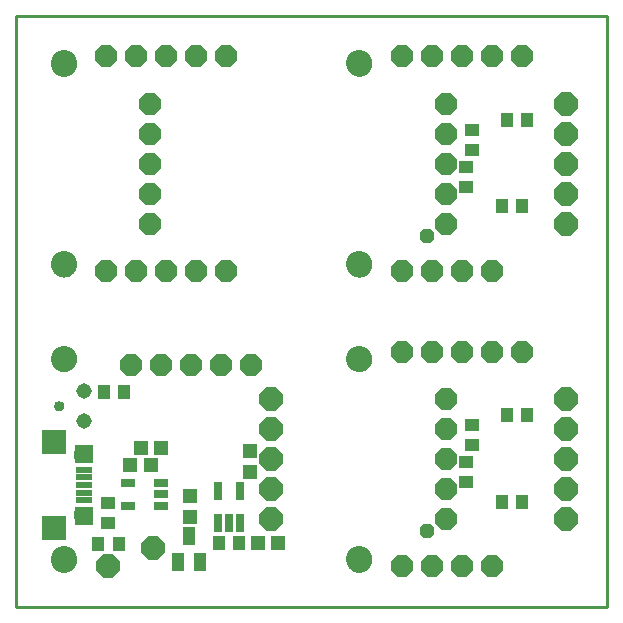
<source format=gts>
G75*
%MOIN*%
%OFA0B0*%
%FSLAX25Y25*%
%IPPOS*%
%LPD*%
%AMOC8*
5,1,8,0,0,1.08239X$1,22.5*
%
%ADD10C,0.01000*%
%ADD11C,0.00000*%
%ADD12C,0.08668*%
%ADD13OC8,0.07400*%
%ADD14R,0.04337X0.04731*%
%ADD15OC8,0.08000*%
%ADD16R,0.04731X0.04337*%
%ADD17R,0.05715X0.01975*%
%ADD18C,0.05550*%
%ADD19R,0.08274X0.08274*%
%ADD20C,0.06337*%
%ADD21R,0.06306X0.06306*%
%ADD22R,0.04534X0.04652*%
%ADD23OC8,0.07880*%
%ADD24R,0.04731X0.02762*%
%ADD25R,0.04652X0.04534*%
%ADD26R,0.02762X0.05912*%
%ADD27R,0.04337X0.05912*%
%ADD28C,0.03353*%
%ADD29C,0.05156*%
%ADD30OC8,0.04731*%
D10*
X0001500Y0001500D02*
X0198350Y0001500D01*
X0198350Y0198350D01*
X0001500Y0198350D01*
X0001500Y0001500D01*
D11*
X0013114Y0017248D02*
X0013116Y0017376D01*
X0013122Y0017504D01*
X0013132Y0017631D01*
X0013146Y0017759D01*
X0013163Y0017885D01*
X0013185Y0018011D01*
X0013211Y0018137D01*
X0013240Y0018261D01*
X0013273Y0018385D01*
X0013310Y0018507D01*
X0013351Y0018628D01*
X0013396Y0018748D01*
X0013444Y0018867D01*
X0013496Y0018984D01*
X0013552Y0019099D01*
X0013611Y0019213D01*
X0013673Y0019324D01*
X0013739Y0019434D01*
X0013808Y0019541D01*
X0013881Y0019647D01*
X0013957Y0019750D01*
X0014036Y0019850D01*
X0014118Y0019949D01*
X0014203Y0020044D01*
X0014291Y0020137D01*
X0014382Y0020227D01*
X0014475Y0020314D01*
X0014572Y0020399D01*
X0014670Y0020480D01*
X0014772Y0020558D01*
X0014875Y0020633D01*
X0014981Y0020705D01*
X0015089Y0020774D01*
X0015199Y0020839D01*
X0015312Y0020900D01*
X0015426Y0020959D01*
X0015541Y0021013D01*
X0015659Y0021064D01*
X0015777Y0021112D01*
X0015898Y0021155D01*
X0016019Y0021195D01*
X0016142Y0021231D01*
X0016266Y0021264D01*
X0016391Y0021292D01*
X0016516Y0021317D01*
X0016642Y0021337D01*
X0016769Y0021354D01*
X0016897Y0021367D01*
X0017024Y0021376D01*
X0017152Y0021381D01*
X0017280Y0021382D01*
X0017408Y0021379D01*
X0017536Y0021372D01*
X0017663Y0021361D01*
X0017790Y0021346D01*
X0017917Y0021328D01*
X0018043Y0021305D01*
X0018168Y0021278D01*
X0018292Y0021248D01*
X0018415Y0021214D01*
X0018538Y0021176D01*
X0018659Y0021134D01*
X0018778Y0021088D01*
X0018896Y0021039D01*
X0019013Y0020986D01*
X0019128Y0020930D01*
X0019241Y0020870D01*
X0019352Y0020807D01*
X0019461Y0020740D01*
X0019568Y0020670D01*
X0019673Y0020596D01*
X0019775Y0020520D01*
X0019875Y0020440D01*
X0019973Y0020357D01*
X0020068Y0020271D01*
X0020160Y0020182D01*
X0020249Y0020091D01*
X0020336Y0019997D01*
X0020419Y0019900D01*
X0020500Y0019800D01*
X0020577Y0019699D01*
X0020652Y0019594D01*
X0020723Y0019488D01*
X0020790Y0019379D01*
X0020855Y0019269D01*
X0020915Y0019156D01*
X0020973Y0019042D01*
X0021026Y0018926D01*
X0021076Y0018808D01*
X0021123Y0018689D01*
X0021166Y0018568D01*
X0021205Y0018446D01*
X0021240Y0018323D01*
X0021271Y0018199D01*
X0021299Y0018074D01*
X0021322Y0017948D01*
X0021342Y0017822D01*
X0021358Y0017695D01*
X0021370Y0017568D01*
X0021378Y0017440D01*
X0021382Y0017312D01*
X0021382Y0017184D01*
X0021378Y0017056D01*
X0021370Y0016928D01*
X0021358Y0016801D01*
X0021342Y0016674D01*
X0021322Y0016548D01*
X0021299Y0016422D01*
X0021271Y0016297D01*
X0021240Y0016173D01*
X0021205Y0016050D01*
X0021166Y0015928D01*
X0021123Y0015807D01*
X0021076Y0015688D01*
X0021026Y0015570D01*
X0020973Y0015454D01*
X0020915Y0015340D01*
X0020855Y0015227D01*
X0020790Y0015117D01*
X0020723Y0015008D01*
X0020652Y0014902D01*
X0020577Y0014797D01*
X0020500Y0014696D01*
X0020419Y0014596D01*
X0020336Y0014499D01*
X0020249Y0014405D01*
X0020160Y0014314D01*
X0020068Y0014225D01*
X0019973Y0014139D01*
X0019875Y0014056D01*
X0019775Y0013976D01*
X0019673Y0013900D01*
X0019568Y0013826D01*
X0019461Y0013756D01*
X0019352Y0013689D01*
X0019241Y0013626D01*
X0019128Y0013566D01*
X0019013Y0013510D01*
X0018896Y0013457D01*
X0018778Y0013408D01*
X0018659Y0013362D01*
X0018538Y0013320D01*
X0018415Y0013282D01*
X0018292Y0013248D01*
X0018168Y0013218D01*
X0018043Y0013191D01*
X0017917Y0013168D01*
X0017790Y0013150D01*
X0017663Y0013135D01*
X0017536Y0013124D01*
X0017408Y0013117D01*
X0017280Y0013114D01*
X0017152Y0013115D01*
X0017024Y0013120D01*
X0016897Y0013129D01*
X0016769Y0013142D01*
X0016642Y0013159D01*
X0016516Y0013179D01*
X0016391Y0013204D01*
X0016266Y0013232D01*
X0016142Y0013265D01*
X0016019Y0013301D01*
X0015898Y0013341D01*
X0015777Y0013384D01*
X0015659Y0013432D01*
X0015541Y0013483D01*
X0015426Y0013537D01*
X0015312Y0013596D01*
X0015199Y0013657D01*
X0015089Y0013722D01*
X0014981Y0013791D01*
X0014875Y0013863D01*
X0014772Y0013938D01*
X0014670Y0014016D01*
X0014572Y0014097D01*
X0014475Y0014182D01*
X0014382Y0014269D01*
X0014291Y0014359D01*
X0014203Y0014452D01*
X0014118Y0014547D01*
X0014036Y0014646D01*
X0013957Y0014746D01*
X0013881Y0014849D01*
X0013808Y0014955D01*
X0013739Y0015062D01*
X0013673Y0015172D01*
X0013611Y0015283D01*
X0013552Y0015397D01*
X0013496Y0015512D01*
X0013444Y0015629D01*
X0013396Y0015748D01*
X0013351Y0015868D01*
X0013310Y0015989D01*
X0013273Y0016111D01*
X0013240Y0016235D01*
X0013211Y0016359D01*
X0013185Y0016485D01*
X0013163Y0016611D01*
X0013146Y0016737D01*
X0013132Y0016865D01*
X0013122Y0016992D01*
X0013116Y0017120D01*
X0013114Y0017248D01*
X0014197Y0068429D02*
X0014199Y0068506D01*
X0014205Y0068582D01*
X0014215Y0068658D01*
X0014229Y0068733D01*
X0014246Y0068808D01*
X0014268Y0068881D01*
X0014293Y0068954D01*
X0014323Y0069025D01*
X0014355Y0069094D01*
X0014392Y0069161D01*
X0014431Y0069227D01*
X0014474Y0069290D01*
X0014521Y0069351D01*
X0014570Y0069410D01*
X0014623Y0069466D01*
X0014678Y0069519D01*
X0014736Y0069569D01*
X0014796Y0069616D01*
X0014859Y0069660D01*
X0014924Y0069701D01*
X0014991Y0069738D01*
X0015060Y0069772D01*
X0015130Y0069802D01*
X0015202Y0069828D01*
X0015276Y0069850D01*
X0015350Y0069869D01*
X0015425Y0069884D01*
X0015501Y0069895D01*
X0015577Y0069902D01*
X0015654Y0069905D01*
X0015730Y0069904D01*
X0015807Y0069899D01*
X0015883Y0069890D01*
X0015959Y0069877D01*
X0016033Y0069860D01*
X0016107Y0069840D01*
X0016180Y0069815D01*
X0016251Y0069787D01*
X0016321Y0069755D01*
X0016389Y0069720D01*
X0016455Y0069681D01*
X0016519Y0069639D01*
X0016580Y0069593D01*
X0016640Y0069544D01*
X0016696Y0069493D01*
X0016750Y0069438D01*
X0016801Y0069381D01*
X0016849Y0069321D01*
X0016894Y0069259D01*
X0016935Y0069194D01*
X0016973Y0069128D01*
X0017008Y0069060D01*
X0017038Y0068989D01*
X0017066Y0068918D01*
X0017089Y0068845D01*
X0017109Y0068771D01*
X0017125Y0068696D01*
X0017137Y0068620D01*
X0017145Y0068544D01*
X0017149Y0068467D01*
X0017149Y0068391D01*
X0017145Y0068314D01*
X0017137Y0068238D01*
X0017125Y0068162D01*
X0017109Y0068087D01*
X0017089Y0068013D01*
X0017066Y0067940D01*
X0017038Y0067869D01*
X0017008Y0067798D01*
X0016973Y0067730D01*
X0016935Y0067664D01*
X0016894Y0067599D01*
X0016849Y0067537D01*
X0016801Y0067477D01*
X0016750Y0067420D01*
X0016696Y0067365D01*
X0016640Y0067314D01*
X0016580Y0067265D01*
X0016519Y0067219D01*
X0016455Y0067177D01*
X0016389Y0067138D01*
X0016321Y0067103D01*
X0016251Y0067071D01*
X0016180Y0067043D01*
X0016107Y0067018D01*
X0016033Y0066998D01*
X0015959Y0066981D01*
X0015883Y0066968D01*
X0015807Y0066959D01*
X0015730Y0066954D01*
X0015654Y0066953D01*
X0015577Y0066956D01*
X0015501Y0066963D01*
X0015425Y0066974D01*
X0015350Y0066989D01*
X0015276Y0067008D01*
X0015202Y0067030D01*
X0015130Y0067056D01*
X0015060Y0067086D01*
X0014991Y0067120D01*
X0014924Y0067157D01*
X0014859Y0067198D01*
X0014796Y0067242D01*
X0014736Y0067289D01*
X0014678Y0067339D01*
X0014623Y0067392D01*
X0014570Y0067448D01*
X0014521Y0067507D01*
X0014474Y0067568D01*
X0014431Y0067631D01*
X0014392Y0067697D01*
X0014355Y0067764D01*
X0014323Y0067833D01*
X0014293Y0067904D01*
X0014268Y0067977D01*
X0014246Y0068050D01*
X0014229Y0068125D01*
X0014215Y0068200D01*
X0014205Y0068276D01*
X0014199Y0068352D01*
X0014197Y0068429D01*
X0013114Y0084177D02*
X0013116Y0084305D01*
X0013122Y0084433D01*
X0013132Y0084560D01*
X0013146Y0084688D01*
X0013163Y0084814D01*
X0013185Y0084940D01*
X0013211Y0085066D01*
X0013240Y0085190D01*
X0013273Y0085314D01*
X0013310Y0085436D01*
X0013351Y0085557D01*
X0013396Y0085677D01*
X0013444Y0085796D01*
X0013496Y0085913D01*
X0013552Y0086028D01*
X0013611Y0086142D01*
X0013673Y0086253D01*
X0013739Y0086363D01*
X0013808Y0086470D01*
X0013881Y0086576D01*
X0013957Y0086679D01*
X0014036Y0086779D01*
X0014118Y0086878D01*
X0014203Y0086973D01*
X0014291Y0087066D01*
X0014382Y0087156D01*
X0014475Y0087243D01*
X0014572Y0087328D01*
X0014670Y0087409D01*
X0014772Y0087487D01*
X0014875Y0087562D01*
X0014981Y0087634D01*
X0015089Y0087703D01*
X0015199Y0087768D01*
X0015312Y0087829D01*
X0015426Y0087888D01*
X0015541Y0087942D01*
X0015659Y0087993D01*
X0015777Y0088041D01*
X0015898Y0088084D01*
X0016019Y0088124D01*
X0016142Y0088160D01*
X0016266Y0088193D01*
X0016391Y0088221D01*
X0016516Y0088246D01*
X0016642Y0088266D01*
X0016769Y0088283D01*
X0016897Y0088296D01*
X0017024Y0088305D01*
X0017152Y0088310D01*
X0017280Y0088311D01*
X0017408Y0088308D01*
X0017536Y0088301D01*
X0017663Y0088290D01*
X0017790Y0088275D01*
X0017917Y0088257D01*
X0018043Y0088234D01*
X0018168Y0088207D01*
X0018292Y0088177D01*
X0018415Y0088143D01*
X0018538Y0088105D01*
X0018659Y0088063D01*
X0018778Y0088017D01*
X0018896Y0087968D01*
X0019013Y0087915D01*
X0019128Y0087859D01*
X0019241Y0087799D01*
X0019352Y0087736D01*
X0019461Y0087669D01*
X0019568Y0087599D01*
X0019673Y0087525D01*
X0019775Y0087449D01*
X0019875Y0087369D01*
X0019973Y0087286D01*
X0020068Y0087200D01*
X0020160Y0087111D01*
X0020249Y0087020D01*
X0020336Y0086926D01*
X0020419Y0086829D01*
X0020500Y0086729D01*
X0020577Y0086628D01*
X0020652Y0086523D01*
X0020723Y0086417D01*
X0020790Y0086308D01*
X0020855Y0086198D01*
X0020915Y0086085D01*
X0020973Y0085971D01*
X0021026Y0085855D01*
X0021076Y0085737D01*
X0021123Y0085618D01*
X0021166Y0085497D01*
X0021205Y0085375D01*
X0021240Y0085252D01*
X0021271Y0085128D01*
X0021299Y0085003D01*
X0021322Y0084877D01*
X0021342Y0084751D01*
X0021358Y0084624D01*
X0021370Y0084497D01*
X0021378Y0084369D01*
X0021382Y0084241D01*
X0021382Y0084113D01*
X0021378Y0083985D01*
X0021370Y0083857D01*
X0021358Y0083730D01*
X0021342Y0083603D01*
X0021322Y0083477D01*
X0021299Y0083351D01*
X0021271Y0083226D01*
X0021240Y0083102D01*
X0021205Y0082979D01*
X0021166Y0082857D01*
X0021123Y0082736D01*
X0021076Y0082617D01*
X0021026Y0082499D01*
X0020973Y0082383D01*
X0020915Y0082269D01*
X0020855Y0082156D01*
X0020790Y0082046D01*
X0020723Y0081937D01*
X0020652Y0081831D01*
X0020577Y0081726D01*
X0020500Y0081625D01*
X0020419Y0081525D01*
X0020336Y0081428D01*
X0020249Y0081334D01*
X0020160Y0081243D01*
X0020068Y0081154D01*
X0019973Y0081068D01*
X0019875Y0080985D01*
X0019775Y0080905D01*
X0019673Y0080829D01*
X0019568Y0080755D01*
X0019461Y0080685D01*
X0019352Y0080618D01*
X0019241Y0080555D01*
X0019128Y0080495D01*
X0019013Y0080439D01*
X0018896Y0080386D01*
X0018778Y0080337D01*
X0018659Y0080291D01*
X0018538Y0080249D01*
X0018415Y0080211D01*
X0018292Y0080177D01*
X0018168Y0080147D01*
X0018043Y0080120D01*
X0017917Y0080097D01*
X0017790Y0080079D01*
X0017663Y0080064D01*
X0017536Y0080053D01*
X0017408Y0080046D01*
X0017280Y0080043D01*
X0017152Y0080044D01*
X0017024Y0080049D01*
X0016897Y0080058D01*
X0016769Y0080071D01*
X0016642Y0080088D01*
X0016516Y0080108D01*
X0016391Y0080133D01*
X0016266Y0080161D01*
X0016142Y0080194D01*
X0016019Y0080230D01*
X0015898Y0080270D01*
X0015777Y0080313D01*
X0015659Y0080361D01*
X0015541Y0080412D01*
X0015426Y0080466D01*
X0015312Y0080525D01*
X0015199Y0080586D01*
X0015089Y0080651D01*
X0014981Y0080720D01*
X0014875Y0080792D01*
X0014772Y0080867D01*
X0014670Y0080945D01*
X0014572Y0081026D01*
X0014475Y0081111D01*
X0014382Y0081198D01*
X0014291Y0081288D01*
X0014203Y0081381D01*
X0014118Y0081476D01*
X0014036Y0081575D01*
X0013957Y0081675D01*
X0013881Y0081778D01*
X0013808Y0081884D01*
X0013739Y0081991D01*
X0013673Y0082101D01*
X0013611Y0082212D01*
X0013552Y0082326D01*
X0013496Y0082441D01*
X0013444Y0082558D01*
X0013396Y0082677D01*
X0013351Y0082797D01*
X0013310Y0082918D01*
X0013273Y0083040D01*
X0013240Y0083164D01*
X0013211Y0083288D01*
X0013185Y0083414D01*
X0013163Y0083540D01*
X0013146Y0083666D01*
X0013132Y0083794D01*
X0013122Y0083921D01*
X0013116Y0084049D01*
X0013114Y0084177D01*
X0013114Y0115673D02*
X0013116Y0115801D01*
X0013122Y0115929D01*
X0013132Y0116056D01*
X0013146Y0116184D01*
X0013163Y0116310D01*
X0013185Y0116436D01*
X0013211Y0116562D01*
X0013240Y0116686D01*
X0013273Y0116810D01*
X0013310Y0116932D01*
X0013351Y0117053D01*
X0013396Y0117173D01*
X0013444Y0117292D01*
X0013496Y0117409D01*
X0013552Y0117524D01*
X0013611Y0117638D01*
X0013673Y0117749D01*
X0013739Y0117859D01*
X0013808Y0117966D01*
X0013881Y0118072D01*
X0013957Y0118175D01*
X0014036Y0118275D01*
X0014118Y0118374D01*
X0014203Y0118469D01*
X0014291Y0118562D01*
X0014382Y0118652D01*
X0014475Y0118739D01*
X0014572Y0118824D01*
X0014670Y0118905D01*
X0014772Y0118983D01*
X0014875Y0119058D01*
X0014981Y0119130D01*
X0015089Y0119199D01*
X0015199Y0119264D01*
X0015312Y0119325D01*
X0015426Y0119384D01*
X0015541Y0119438D01*
X0015659Y0119489D01*
X0015777Y0119537D01*
X0015898Y0119580D01*
X0016019Y0119620D01*
X0016142Y0119656D01*
X0016266Y0119689D01*
X0016391Y0119717D01*
X0016516Y0119742D01*
X0016642Y0119762D01*
X0016769Y0119779D01*
X0016897Y0119792D01*
X0017024Y0119801D01*
X0017152Y0119806D01*
X0017280Y0119807D01*
X0017408Y0119804D01*
X0017536Y0119797D01*
X0017663Y0119786D01*
X0017790Y0119771D01*
X0017917Y0119753D01*
X0018043Y0119730D01*
X0018168Y0119703D01*
X0018292Y0119673D01*
X0018415Y0119639D01*
X0018538Y0119601D01*
X0018659Y0119559D01*
X0018778Y0119513D01*
X0018896Y0119464D01*
X0019013Y0119411D01*
X0019128Y0119355D01*
X0019241Y0119295D01*
X0019352Y0119232D01*
X0019461Y0119165D01*
X0019568Y0119095D01*
X0019673Y0119021D01*
X0019775Y0118945D01*
X0019875Y0118865D01*
X0019973Y0118782D01*
X0020068Y0118696D01*
X0020160Y0118607D01*
X0020249Y0118516D01*
X0020336Y0118422D01*
X0020419Y0118325D01*
X0020500Y0118225D01*
X0020577Y0118124D01*
X0020652Y0118019D01*
X0020723Y0117913D01*
X0020790Y0117804D01*
X0020855Y0117694D01*
X0020915Y0117581D01*
X0020973Y0117467D01*
X0021026Y0117351D01*
X0021076Y0117233D01*
X0021123Y0117114D01*
X0021166Y0116993D01*
X0021205Y0116871D01*
X0021240Y0116748D01*
X0021271Y0116624D01*
X0021299Y0116499D01*
X0021322Y0116373D01*
X0021342Y0116247D01*
X0021358Y0116120D01*
X0021370Y0115993D01*
X0021378Y0115865D01*
X0021382Y0115737D01*
X0021382Y0115609D01*
X0021378Y0115481D01*
X0021370Y0115353D01*
X0021358Y0115226D01*
X0021342Y0115099D01*
X0021322Y0114973D01*
X0021299Y0114847D01*
X0021271Y0114722D01*
X0021240Y0114598D01*
X0021205Y0114475D01*
X0021166Y0114353D01*
X0021123Y0114232D01*
X0021076Y0114113D01*
X0021026Y0113995D01*
X0020973Y0113879D01*
X0020915Y0113765D01*
X0020855Y0113652D01*
X0020790Y0113542D01*
X0020723Y0113433D01*
X0020652Y0113327D01*
X0020577Y0113222D01*
X0020500Y0113121D01*
X0020419Y0113021D01*
X0020336Y0112924D01*
X0020249Y0112830D01*
X0020160Y0112739D01*
X0020068Y0112650D01*
X0019973Y0112564D01*
X0019875Y0112481D01*
X0019775Y0112401D01*
X0019673Y0112325D01*
X0019568Y0112251D01*
X0019461Y0112181D01*
X0019352Y0112114D01*
X0019241Y0112051D01*
X0019128Y0111991D01*
X0019013Y0111935D01*
X0018896Y0111882D01*
X0018778Y0111833D01*
X0018659Y0111787D01*
X0018538Y0111745D01*
X0018415Y0111707D01*
X0018292Y0111673D01*
X0018168Y0111643D01*
X0018043Y0111616D01*
X0017917Y0111593D01*
X0017790Y0111575D01*
X0017663Y0111560D01*
X0017536Y0111549D01*
X0017408Y0111542D01*
X0017280Y0111539D01*
X0017152Y0111540D01*
X0017024Y0111545D01*
X0016897Y0111554D01*
X0016769Y0111567D01*
X0016642Y0111584D01*
X0016516Y0111604D01*
X0016391Y0111629D01*
X0016266Y0111657D01*
X0016142Y0111690D01*
X0016019Y0111726D01*
X0015898Y0111766D01*
X0015777Y0111809D01*
X0015659Y0111857D01*
X0015541Y0111908D01*
X0015426Y0111962D01*
X0015312Y0112021D01*
X0015199Y0112082D01*
X0015089Y0112147D01*
X0014981Y0112216D01*
X0014875Y0112288D01*
X0014772Y0112363D01*
X0014670Y0112441D01*
X0014572Y0112522D01*
X0014475Y0112607D01*
X0014382Y0112694D01*
X0014291Y0112784D01*
X0014203Y0112877D01*
X0014118Y0112972D01*
X0014036Y0113071D01*
X0013957Y0113171D01*
X0013881Y0113274D01*
X0013808Y0113380D01*
X0013739Y0113487D01*
X0013673Y0113597D01*
X0013611Y0113708D01*
X0013552Y0113822D01*
X0013496Y0113937D01*
X0013444Y0114054D01*
X0013396Y0114173D01*
X0013351Y0114293D01*
X0013310Y0114414D01*
X0013273Y0114536D01*
X0013240Y0114660D01*
X0013211Y0114784D01*
X0013185Y0114910D01*
X0013163Y0115036D01*
X0013146Y0115162D01*
X0013132Y0115290D01*
X0013122Y0115417D01*
X0013116Y0115545D01*
X0013114Y0115673D01*
X0013114Y0182602D02*
X0013116Y0182730D01*
X0013122Y0182858D01*
X0013132Y0182985D01*
X0013146Y0183113D01*
X0013163Y0183239D01*
X0013185Y0183365D01*
X0013211Y0183491D01*
X0013240Y0183615D01*
X0013273Y0183739D01*
X0013310Y0183861D01*
X0013351Y0183982D01*
X0013396Y0184102D01*
X0013444Y0184221D01*
X0013496Y0184338D01*
X0013552Y0184453D01*
X0013611Y0184567D01*
X0013673Y0184678D01*
X0013739Y0184788D01*
X0013808Y0184895D01*
X0013881Y0185001D01*
X0013957Y0185104D01*
X0014036Y0185204D01*
X0014118Y0185303D01*
X0014203Y0185398D01*
X0014291Y0185491D01*
X0014382Y0185581D01*
X0014475Y0185668D01*
X0014572Y0185753D01*
X0014670Y0185834D01*
X0014772Y0185912D01*
X0014875Y0185987D01*
X0014981Y0186059D01*
X0015089Y0186128D01*
X0015199Y0186193D01*
X0015312Y0186254D01*
X0015426Y0186313D01*
X0015541Y0186367D01*
X0015659Y0186418D01*
X0015777Y0186466D01*
X0015898Y0186509D01*
X0016019Y0186549D01*
X0016142Y0186585D01*
X0016266Y0186618D01*
X0016391Y0186646D01*
X0016516Y0186671D01*
X0016642Y0186691D01*
X0016769Y0186708D01*
X0016897Y0186721D01*
X0017024Y0186730D01*
X0017152Y0186735D01*
X0017280Y0186736D01*
X0017408Y0186733D01*
X0017536Y0186726D01*
X0017663Y0186715D01*
X0017790Y0186700D01*
X0017917Y0186682D01*
X0018043Y0186659D01*
X0018168Y0186632D01*
X0018292Y0186602D01*
X0018415Y0186568D01*
X0018538Y0186530D01*
X0018659Y0186488D01*
X0018778Y0186442D01*
X0018896Y0186393D01*
X0019013Y0186340D01*
X0019128Y0186284D01*
X0019241Y0186224D01*
X0019352Y0186161D01*
X0019461Y0186094D01*
X0019568Y0186024D01*
X0019673Y0185950D01*
X0019775Y0185874D01*
X0019875Y0185794D01*
X0019973Y0185711D01*
X0020068Y0185625D01*
X0020160Y0185536D01*
X0020249Y0185445D01*
X0020336Y0185351D01*
X0020419Y0185254D01*
X0020500Y0185154D01*
X0020577Y0185053D01*
X0020652Y0184948D01*
X0020723Y0184842D01*
X0020790Y0184733D01*
X0020855Y0184623D01*
X0020915Y0184510D01*
X0020973Y0184396D01*
X0021026Y0184280D01*
X0021076Y0184162D01*
X0021123Y0184043D01*
X0021166Y0183922D01*
X0021205Y0183800D01*
X0021240Y0183677D01*
X0021271Y0183553D01*
X0021299Y0183428D01*
X0021322Y0183302D01*
X0021342Y0183176D01*
X0021358Y0183049D01*
X0021370Y0182922D01*
X0021378Y0182794D01*
X0021382Y0182666D01*
X0021382Y0182538D01*
X0021378Y0182410D01*
X0021370Y0182282D01*
X0021358Y0182155D01*
X0021342Y0182028D01*
X0021322Y0181902D01*
X0021299Y0181776D01*
X0021271Y0181651D01*
X0021240Y0181527D01*
X0021205Y0181404D01*
X0021166Y0181282D01*
X0021123Y0181161D01*
X0021076Y0181042D01*
X0021026Y0180924D01*
X0020973Y0180808D01*
X0020915Y0180694D01*
X0020855Y0180581D01*
X0020790Y0180471D01*
X0020723Y0180362D01*
X0020652Y0180256D01*
X0020577Y0180151D01*
X0020500Y0180050D01*
X0020419Y0179950D01*
X0020336Y0179853D01*
X0020249Y0179759D01*
X0020160Y0179668D01*
X0020068Y0179579D01*
X0019973Y0179493D01*
X0019875Y0179410D01*
X0019775Y0179330D01*
X0019673Y0179254D01*
X0019568Y0179180D01*
X0019461Y0179110D01*
X0019352Y0179043D01*
X0019241Y0178980D01*
X0019128Y0178920D01*
X0019013Y0178864D01*
X0018896Y0178811D01*
X0018778Y0178762D01*
X0018659Y0178716D01*
X0018538Y0178674D01*
X0018415Y0178636D01*
X0018292Y0178602D01*
X0018168Y0178572D01*
X0018043Y0178545D01*
X0017917Y0178522D01*
X0017790Y0178504D01*
X0017663Y0178489D01*
X0017536Y0178478D01*
X0017408Y0178471D01*
X0017280Y0178468D01*
X0017152Y0178469D01*
X0017024Y0178474D01*
X0016897Y0178483D01*
X0016769Y0178496D01*
X0016642Y0178513D01*
X0016516Y0178533D01*
X0016391Y0178558D01*
X0016266Y0178586D01*
X0016142Y0178619D01*
X0016019Y0178655D01*
X0015898Y0178695D01*
X0015777Y0178738D01*
X0015659Y0178786D01*
X0015541Y0178837D01*
X0015426Y0178891D01*
X0015312Y0178950D01*
X0015199Y0179011D01*
X0015089Y0179076D01*
X0014981Y0179145D01*
X0014875Y0179217D01*
X0014772Y0179292D01*
X0014670Y0179370D01*
X0014572Y0179451D01*
X0014475Y0179536D01*
X0014382Y0179623D01*
X0014291Y0179713D01*
X0014203Y0179806D01*
X0014118Y0179901D01*
X0014036Y0180000D01*
X0013957Y0180100D01*
X0013881Y0180203D01*
X0013808Y0180309D01*
X0013739Y0180416D01*
X0013673Y0180526D01*
X0013611Y0180637D01*
X0013552Y0180751D01*
X0013496Y0180866D01*
X0013444Y0180983D01*
X0013396Y0181102D01*
X0013351Y0181222D01*
X0013310Y0181343D01*
X0013273Y0181465D01*
X0013240Y0181589D01*
X0013211Y0181713D01*
X0013185Y0181839D01*
X0013163Y0181965D01*
X0013146Y0182091D01*
X0013132Y0182219D01*
X0013122Y0182346D01*
X0013116Y0182474D01*
X0013114Y0182602D01*
X0111539Y0182602D02*
X0111541Y0182730D01*
X0111547Y0182858D01*
X0111557Y0182985D01*
X0111571Y0183113D01*
X0111588Y0183239D01*
X0111610Y0183365D01*
X0111636Y0183491D01*
X0111665Y0183615D01*
X0111698Y0183739D01*
X0111735Y0183861D01*
X0111776Y0183982D01*
X0111821Y0184102D01*
X0111869Y0184221D01*
X0111921Y0184338D01*
X0111977Y0184453D01*
X0112036Y0184567D01*
X0112098Y0184678D01*
X0112164Y0184788D01*
X0112233Y0184895D01*
X0112306Y0185001D01*
X0112382Y0185104D01*
X0112461Y0185204D01*
X0112543Y0185303D01*
X0112628Y0185398D01*
X0112716Y0185491D01*
X0112807Y0185581D01*
X0112900Y0185668D01*
X0112997Y0185753D01*
X0113095Y0185834D01*
X0113197Y0185912D01*
X0113300Y0185987D01*
X0113406Y0186059D01*
X0113514Y0186128D01*
X0113624Y0186193D01*
X0113737Y0186254D01*
X0113851Y0186313D01*
X0113966Y0186367D01*
X0114084Y0186418D01*
X0114202Y0186466D01*
X0114323Y0186509D01*
X0114444Y0186549D01*
X0114567Y0186585D01*
X0114691Y0186618D01*
X0114816Y0186646D01*
X0114941Y0186671D01*
X0115067Y0186691D01*
X0115194Y0186708D01*
X0115322Y0186721D01*
X0115449Y0186730D01*
X0115577Y0186735D01*
X0115705Y0186736D01*
X0115833Y0186733D01*
X0115961Y0186726D01*
X0116088Y0186715D01*
X0116215Y0186700D01*
X0116342Y0186682D01*
X0116468Y0186659D01*
X0116593Y0186632D01*
X0116717Y0186602D01*
X0116840Y0186568D01*
X0116963Y0186530D01*
X0117084Y0186488D01*
X0117203Y0186442D01*
X0117321Y0186393D01*
X0117438Y0186340D01*
X0117553Y0186284D01*
X0117666Y0186224D01*
X0117777Y0186161D01*
X0117886Y0186094D01*
X0117993Y0186024D01*
X0118098Y0185950D01*
X0118200Y0185874D01*
X0118300Y0185794D01*
X0118398Y0185711D01*
X0118493Y0185625D01*
X0118585Y0185536D01*
X0118674Y0185445D01*
X0118761Y0185351D01*
X0118844Y0185254D01*
X0118925Y0185154D01*
X0119002Y0185053D01*
X0119077Y0184948D01*
X0119148Y0184842D01*
X0119215Y0184733D01*
X0119280Y0184623D01*
X0119340Y0184510D01*
X0119398Y0184396D01*
X0119451Y0184280D01*
X0119501Y0184162D01*
X0119548Y0184043D01*
X0119591Y0183922D01*
X0119630Y0183800D01*
X0119665Y0183677D01*
X0119696Y0183553D01*
X0119724Y0183428D01*
X0119747Y0183302D01*
X0119767Y0183176D01*
X0119783Y0183049D01*
X0119795Y0182922D01*
X0119803Y0182794D01*
X0119807Y0182666D01*
X0119807Y0182538D01*
X0119803Y0182410D01*
X0119795Y0182282D01*
X0119783Y0182155D01*
X0119767Y0182028D01*
X0119747Y0181902D01*
X0119724Y0181776D01*
X0119696Y0181651D01*
X0119665Y0181527D01*
X0119630Y0181404D01*
X0119591Y0181282D01*
X0119548Y0181161D01*
X0119501Y0181042D01*
X0119451Y0180924D01*
X0119398Y0180808D01*
X0119340Y0180694D01*
X0119280Y0180581D01*
X0119215Y0180471D01*
X0119148Y0180362D01*
X0119077Y0180256D01*
X0119002Y0180151D01*
X0118925Y0180050D01*
X0118844Y0179950D01*
X0118761Y0179853D01*
X0118674Y0179759D01*
X0118585Y0179668D01*
X0118493Y0179579D01*
X0118398Y0179493D01*
X0118300Y0179410D01*
X0118200Y0179330D01*
X0118098Y0179254D01*
X0117993Y0179180D01*
X0117886Y0179110D01*
X0117777Y0179043D01*
X0117666Y0178980D01*
X0117553Y0178920D01*
X0117438Y0178864D01*
X0117321Y0178811D01*
X0117203Y0178762D01*
X0117084Y0178716D01*
X0116963Y0178674D01*
X0116840Y0178636D01*
X0116717Y0178602D01*
X0116593Y0178572D01*
X0116468Y0178545D01*
X0116342Y0178522D01*
X0116215Y0178504D01*
X0116088Y0178489D01*
X0115961Y0178478D01*
X0115833Y0178471D01*
X0115705Y0178468D01*
X0115577Y0178469D01*
X0115449Y0178474D01*
X0115322Y0178483D01*
X0115194Y0178496D01*
X0115067Y0178513D01*
X0114941Y0178533D01*
X0114816Y0178558D01*
X0114691Y0178586D01*
X0114567Y0178619D01*
X0114444Y0178655D01*
X0114323Y0178695D01*
X0114202Y0178738D01*
X0114084Y0178786D01*
X0113966Y0178837D01*
X0113851Y0178891D01*
X0113737Y0178950D01*
X0113624Y0179011D01*
X0113514Y0179076D01*
X0113406Y0179145D01*
X0113300Y0179217D01*
X0113197Y0179292D01*
X0113095Y0179370D01*
X0112997Y0179451D01*
X0112900Y0179536D01*
X0112807Y0179623D01*
X0112716Y0179713D01*
X0112628Y0179806D01*
X0112543Y0179901D01*
X0112461Y0180000D01*
X0112382Y0180100D01*
X0112306Y0180203D01*
X0112233Y0180309D01*
X0112164Y0180416D01*
X0112098Y0180526D01*
X0112036Y0180637D01*
X0111977Y0180751D01*
X0111921Y0180866D01*
X0111869Y0180983D01*
X0111821Y0181102D01*
X0111776Y0181222D01*
X0111735Y0181343D01*
X0111698Y0181465D01*
X0111665Y0181589D01*
X0111636Y0181713D01*
X0111610Y0181839D01*
X0111588Y0181965D01*
X0111571Y0182091D01*
X0111557Y0182219D01*
X0111547Y0182346D01*
X0111541Y0182474D01*
X0111539Y0182602D01*
X0111539Y0115673D02*
X0111541Y0115801D01*
X0111547Y0115929D01*
X0111557Y0116056D01*
X0111571Y0116184D01*
X0111588Y0116310D01*
X0111610Y0116436D01*
X0111636Y0116562D01*
X0111665Y0116686D01*
X0111698Y0116810D01*
X0111735Y0116932D01*
X0111776Y0117053D01*
X0111821Y0117173D01*
X0111869Y0117292D01*
X0111921Y0117409D01*
X0111977Y0117524D01*
X0112036Y0117638D01*
X0112098Y0117749D01*
X0112164Y0117859D01*
X0112233Y0117966D01*
X0112306Y0118072D01*
X0112382Y0118175D01*
X0112461Y0118275D01*
X0112543Y0118374D01*
X0112628Y0118469D01*
X0112716Y0118562D01*
X0112807Y0118652D01*
X0112900Y0118739D01*
X0112997Y0118824D01*
X0113095Y0118905D01*
X0113197Y0118983D01*
X0113300Y0119058D01*
X0113406Y0119130D01*
X0113514Y0119199D01*
X0113624Y0119264D01*
X0113737Y0119325D01*
X0113851Y0119384D01*
X0113966Y0119438D01*
X0114084Y0119489D01*
X0114202Y0119537D01*
X0114323Y0119580D01*
X0114444Y0119620D01*
X0114567Y0119656D01*
X0114691Y0119689D01*
X0114816Y0119717D01*
X0114941Y0119742D01*
X0115067Y0119762D01*
X0115194Y0119779D01*
X0115322Y0119792D01*
X0115449Y0119801D01*
X0115577Y0119806D01*
X0115705Y0119807D01*
X0115833Y0119804D01*
X0115961Y0119797D01*
X0116088Y0119786D01*
X0116215Y0119771D01*
X0116342Y0119753D01*
X0116468Y0119730D01*
X0116593Y0119703D01*
X0116717Y0119673D01*
X0116840Y0119639D01*
X0116963Y0119601D01*
X0117084Y0119559D01*
X0117203Y0119513D01*
X0117321Y0119464D01*
X0117438Y0119411D01*
X0117553Y0119355D01*
X0117666Y0119295D01*
X0117777Y0119232D01*
X0117886Y0119165D01*
X0117993Y0119095D01*
X0118098Y0119021D01*
X0118200Y0118945D01*
X0118300Y0118865D01*
X0118398Y0118782D01*
X0118493Y0118696D01*
X0118585Y0118607D01*
X0118674Y0118516D01*
X0118761Y0118422D01*
X0118844Y0118325D01*
X0118925Y0118225D01*
X0119002Y0118124D01*
X0119077Y0118019D01*
X0119148Y0117913D01*
X0119215Y0117804D01*
X0119280Y0117694D01*
X0119340Y0117581D01*
X0119398Y0117467D01*
X0119451Y0117351D01*
X0119501Y0117233D01*
X0119548Y0117114D01*
X0119591Y0116993D01*
X0119630Y0116871D01*
X0119665Y0116748D01*
X0119696Y0116624D01*
X0119724Y0116499D01*
X0119747Y0116373D01*
X0119767Y0116247D01*
X0119783Y0116120D01*
X0119795Y0115993D01*
X0119803Y0115865D01*
X0119807Y0115737D01*
X0119807Y0115609D01*
X0119803Y0115481D01*
X0119795Y0115353D01*
X0119783Y0115226D01*
X0119767Y0115099D01*
X0119747Y0114973D01*
X0119724Y0114847D01*
X0119696Y0114722D01*
X0119665Y0114598D01*
X0119630Y0114475D01*
X0119591Y0114353D01*
X0119548Y0114232D01*
X0119501Y0114113D01*
X0119451Y0113995D01*
X0119398Y0113879D01*
X0119340Y0113765D01*
X0119280Y0113652D01*
X0119215Y0113542D01*
X0119148Y0113433D01*
X0119077Y0113327D01*
X0119002Y0113222D01*
X0118925Y0113121D01*
X0118844Y0113021D01*
X0118761Y0112924D01*
X0118674Y0112830D01*
X0118585Y0112739D01*
X0118493Y0112650D01*
X0118398Y0112564D01*
X0118300Y0112481D01*
X0118200Y0112401D01*
X0118098Y0112325D01*
X0117993Y0112251D01*
X0117886Y0112181D01*
X0117777Y0112114D01*
X0117666Y0112051D01*
X0117553Y0111991D01*
X0117438Y0111935D01*
X0117321Y0111882D01*
X0117203Y0111833D01*
X0117084Y0111787D01*
X0116963Y0111745D01*
X0116840Y0111707D01*
X0116717Y0111673D01*
X0116593Y0111643D01*
X0116468Y0111616D01*
X0116342Y0111593D01*
X0116215Y0111575D01*
X0116088Y0111560D01*
X0115961Y0111549D01*
X0115833Y0111542D01*
X0115705Y0111539D01*
X0115577Y0111540D01*
X0115449Y0111545D01*
X0115322Y0111554D01*
X0115194Y0111567D01*
X0115067Y0111584D01*
X0114941Y0111604D01*
X0114816Y0111629D01*
X0114691Y0111657D01*
X0114567Y0111690D01*
X0114444Y0111726D01*
X0114323Y0111766D01*
X0114202Y0111809D01*
X0114084Y0111857D01*
X0113966Y0111908D01*
X0113851Y0111962D01*
X0113737Y0112021D01*
X0113624Y0112082D01*
X0113514Y0112147D01*
X0113406Y0112216D01*
X0113300Y0112288D01*
X0113197Y0112363D01*
X0113095Y0112441D01*
X0112997Y0112522D01*
X0112900Y0112607D01*
X0112807Y0112694D01*
X0112716Y0112784D01*
X0112628Y0112877D01*
X0112543Y0112972D01*
X0112461Y0113071D01*
X0112382Y0113171D01*
X0112306Y0113274D01*
X0112233Y0113380D01*
X0112164Y0113487D01*
X0112098Y0113597D01*
X0112036Y0113708D01*
X0111977Y0113822D01*
X0111921Y0113937D01*
X0111869Y0114054D01*
X0111821Y0114173D01*
X0111776Y0114293D01*
X0111735Y0114414D01*
X0111698Y0114536D01*
X0111665Y0114660D01*
X0111636Y0114784D01*
X0111610Y0114910D01*
X0111588Y0115036D01*
X0111571Y0115162D01*
X0111557Y0115290D01*
X0111547Y0115417D01*
X0111541Y0115545D01*
X0111539Y0115673D01*
X0111539Y0084177D02*
X0111541Y0084305D01*
X0111547Y0084433D01*
X0111557Y0084560D01*
X0111571Y0084688D01*
X0111588Y0084814D01*
X0111610Y0084940D01*
X0111636Y0085066D01*
X0111665Y0085190D01*
X0111698Y0085314D01*
X0111735Y0085436D01*
X0111776Y0085557D01*
X0111821Y0085677D01*
X0111869Y0085796D01*
X0111921Y0085913D01*
X0111977Y0086028D01*
X0112036Y0086142D01*
X0112098Y0086253D01*
X0112164Y0086363D01*
X0112233Y0086470D01*
X0112306Y0086576D01*
X0112382Y0086679D01*
X0112461Y0086779D01*
X0112543Y0086878D01*
X0112628Y0086973D01*
X0112716Y0087066D01*
X0112807Y0087156D01*
X0112900Y0087243D01*
X0112997Y0087328D01*
X0113095Y0087409D01*
X0113197Y0087487D01*
X0113300Y0087562D01*
X0113406Y0087634D01*
X0113514Y0087703D01*
X0113624Y0087768D01*
X0113737Y0087829D01*
X0113851Y0087888D01*
X0113966Y0087942D01*
X0114084Y0087993D01*
X0114202Y0088041D01*
X0114323Y0088084D01*
X0114444Y0088124D01*
X0114567Y0088160D01*
X0114691Y0088193D01*
X0114816Y0088221D01*
X0114941Y0088246D01*
X0115067Y0088266D01*
X0115194Y0088283D01*
X0115322Y0088296D01*
X0115449Y0088305D01*
X0115577Y0088310D01*
X0115705Y0088311D01*
X0115833Y0088308D01*
X0115961Y0088301D01*
X0116088Y0088290D01*
X0116215Y0088275D01*
X0116342Y0088257D01*
X0116468Y0088234D01*
X0116593Y0088207D01*
X0116717Y0088177D01*
X0116840Y0088143D01*
X0116963Y0088105D01*
X0117084Y0088063D01*
X0117203Y0088017D01*
X0117321Y0087968D01*
X0117438Y0087915D01*
X0117553Y0087859D01*
X0117666Y0087799D01*
X0117777Y0087736D01*
X0117886Y0087669D01*
X0117993Y0087599D01*
X0118098Y0087525D01*
X0118200Y0087449D01*
X0118300Y0087369D01*
X0118398Y0087286D01*
X0118493Y0087200D01*
X0118585Y0087111D01*
X0118674Y0087020D01*
X0118761Y0086926D01*
X0118844Y0086829D01*
X0118925Y0086729D01*
X0119002Y0086628D01*
X0119077Y0086523D01*
X0119148Y0086417D01*
X0119215Y0086308D01*
X0119280Y0086198D01*
X0119340Y0086085D01*
X0119398Y0085971D01*
X0119451Y0085855D01*
X0119501Y0085737D01*
X0119548Y0085618D01*
X0119591Y0085497D01*
X0119630Y0085375D01*
X0119665Y0085252D01*
X0119696Y0085128D01*
X0119724Y0085003D01*
X0119747Y0084877D01*
X0119767Y0084751D01*
X0119783Y0084624D01*
X0119795Y0084497D01*
X0119803Y0084369D01*
X0119807Y0084241D01*
X0119807Y0084113D01*
X0119803Y0083985D01*
X0119795Y0083857D01*
X0119783Y0083730D01*
X0119767Y0083603D01*
X0119747Y0083477D01*
X0119724Y0083351D01*
X0119696Y0083226D01*
X0119665Y0083102D01*
X0119630Y0082979D01*
X0119591Y0082857D01*
X0119548Y0082736D01*
X0119501Y0082617D01*
X0119451Y0082499D01*
X0119398Y0082383D01*
X0119340Y0082269D01*
X0119280Y0082156D01*
X0119215Y0082046D01*
X0119148Y0081937D01*
X0119077Y0081831D01*
X0119002Y0081726D01*
X0118925Y0081625D01*
X0118844Y0081525D01*
X0118761Y0081428D01*
X0118674Y0081334D01*
X0118585Y0081243D01*
X0118493Y0081154D01*
X0118398Y0081068D01*
X0118300Y0080985D01*
X0118200Y0080905D01*
X0118098Y0080829D01*
X0117993Y0080755D01*
X0117886Y0080685D01*
X0117777Y0080618D01*
X0117666Y0080555D01*
X0117553Y0080495D01*
X0117438Y0080439D01*
X0117321Y0080386D01*
X0117203Y0080337D01*
X0117084Y0080291D01*
X0116963Y0080249D01*
X0116840Y0080211D01*
X0116717Y0080177D01*
X0116593Y0080147D01*
X0116468Y0080120D01*
X0116342Y0080097D01*
X0116215Y0080079D01*
X0116088Y0080064D01*
X0115961Y0080053D01*
X0115833Y0080046D01*
X0115705Y0080043D01*
X0115577Y0080044D01*
X0115449Y0080049D01*
X0115322Y0080058D01*
X0115194Y0080071D01*
X0115067Y0080088D01*
X0114941Y0080108D01*
X0114816Y0080133D01*
X0114691Y0080161D01*
X0114567Y0080194D01*
X0114444Y0080230D01*
X0114323Y0080270D01*
X0114202Y0080313D01*
X0114084Y0080361D01*
X0113966Y0080412D01*
X0113851Y0080466D01*
X0113737Y0080525D01*
X0113624Y0080586D01*
X0113514Y0080651D01*
X0113406Y0080720D01*
X0113300Y0080792D01*
X0113197Y0080867D01*
X0113095Y0080945D01*
X0112997Y0081026D01*
X0112900Y0081111D01*
X0112807Y0081198D01*
X0112716Y0081288D01*
X0112628Y0081381D01*
X0112543Y0081476D01*
X0112461Y0081575D01*
X0112382Y0081675D01*
X0112306Y0081778D01*
X0112233Y0081884D01*
X0112164Y0081991D01*
X0112098Y0082101D01*
X0112036Y0082212D01*
X0111977Y0082326D01*
X0111921Y0082441D01*
X0111869Y0082558D01*
X0111821Y0082677D01*
X0111776Y0082797D01*
X0111735Y0082918D01*
X0111698Y0083040D01*
X0111665Y0083164D01*
X0111636Y0083288D01*
X0111610Y0083414D01*
X0111588Y0083540D01*
X0111571Y0083666D01*
X0111557Y0083794D01*
X0111547Y0083921D01*
X0111541Y0084049D01*
X0111539Y0084177D01*
X0111539Y0017248D02*
X0111541Y0017376D01*
X0111547Y0017504D01*
X0111557Y0017631D01*
X0111571Y0017759D01*
X0111588Y0017885D01*
X0111610Y0018011D01*
X0111636Y0018137D01*
X0111665Y0018261D01*
X0111698Y0018385D01*
X0111735Y0018507D01*
X0111776Y0018628D01*
X0111821Y0018748D01*
X0111869Y0018867D01*
X0111921Y0018984D01*
X0111977Y0019099D01*
X0112036Y0019213D01*
X0112098Y0019324D01*
X0112164Y0019434D01*
X0112233Y0019541D01*
X0112306Y0019647D01*
X0112382Y0019750D01*
X0112461Y0019850D01*
X0112543Y0019949D01*
X0112628Y0020044D01*
X0112716Y0020137D01*
X0112807Y0020227D01*
X0112900Y0020314D01*
X0112997Y0020399D01*
X0113095Y0020480D01*
X0113197Y0020558D01*
X0113300Y0020633D01*
X0113406Y0020705D01*
X0113514Y0020774D01*
X0113624Y0020839D01*
X0113737Y0020900D01*
X0113851Y0020959D01*
X0113966Y0021013D01*
X0114084Y0021064D01*
X0114202Y0021112D01*
X0114323Y0021155D01*
X0114444Y0021195D01*
X0114567Y0021231D01*
X0114691Y0021264D01*
X0114816Y0021292D01*
X0114941Y0021317D01*
X0115067Y0021337D01*
X0115194Y0021354D01*
X0115322Y0021367D01*
X0115449Y0021376D01*
X0115577Y0021381D01*
X0115705Y0021382D01*
X0115833Y0021379D01*
X0115961Y0021372D01*
X0116088Y0021361D01*
X0116215Y0021346D01*
X0116342Y0021328D01*
X0116468Y0021305D01*
X0116593Y0021278D01*
X0116717Y0021248D01*
X0116840Y0021214D01*
X0116963Y0021176D01*
X0117084Y0021134D01*
X0117203Y0021088D01*
X0117321Y0021039D01*
X0117438Y0020986D01*
X0117553Y0020930D01*
X0117666Y0020870D01*
X0117777Y0020807D01*
X0117886Y0020740D01*
X0117993Y0020670D01*
X0118098Y0020596D01*
X0118200Y0020520D01*
X0118300Y0020440D01*
X0118398Y0020357D01*
X0118493Y0020271D01*
X0118585Y0020182D01*
X0118674Y0020091D01*
X0118761Y0019997D01*
X0118844Y0019900D01*
X0118925Y0019800D01*
X0119002Y0019699D01*
X0119077Y0019594D01*
X0119148Y0019488D01*
X0119215Y0019379D01*
X0119280Y0019269D01*
X0119340Y0019156D01*
X0119398Y0019042D01*
X0119451Y0018926D01*
X0119501Y0018808D01*
X0119548Y0018689D01*
X0119591Y0018568D01*
X0119630Y0018446D01*
X0119665Y0018323D01*
X0119696Y0018199D01*
X0119724Y0018074D01*
X0119747Y0017948D01*
X0119767Y0017822D01*
X0119783Y0017695D01*
X0119795Y0017568D01*
X0119803Y0017440D01*
X0119807Y0017312D01*
X0119807Y0017184D01*
X0119803Y0017056D01*
X0119795Y0016928D01*
X0119783Y0016801D01*
X0119767Y0016674D01*
X0119747Y0016548D01*
X0119724Y0016422D01*
X0119696Y0016297D01*
X0119665Y0016173D01*
X0119630Y0016050D01*
X0119591Y0015928D01*
X0119548Y0015807D01*
X0119501Y0015688D01*
X0119451Y0015570D01*
X0119398Y0015454D01*
X0119340Y0015340D01*
X0119280Y0015227D01*
X0119215Y0015117D01*
X0119148Y0015008D01*
X0119077Y0014902D01*
X0119002Y0014797D01*
X0118925Y0014696D01*
X0118844Y0014596D01*
X0118761Y0014499D01*
X0118674Y0014405D01*
X0118585Y0014314D01*
X0118493Y0014225D01*
X0118398Y0014139D01*
X0118300Y0014056D01*
X0118200Y0013976D01*
X0118098Y0013900D01*
X0117993Y0013826D01*
X0117886Y0013756D01*
X0117777Y0013689D01*
X0117666Y0013626D01*
X0117553Y0013566D01*
X0117438Y0013510D01*
X0117321Y0013457D01*
X0117203Y0013408D01*
X0117084Y0013362D01*
X0116963Y0013320D01*
X0116840Y0013282D01*
X0116717Y0013248D01*
X0116593Y0013218D01*
X0116468Y0013191D01*
X0116342Y0013168D01*
X0116215Y0013150D01*
X0116088Y0013135D01*
X0115961Y0013124D01*
X0115833Y0013117D01*
X0115705Y0013114D01*
X0115577Y0013115D01*
X0115449Y0013120D01*
X0115322Y0013129D01*
X0115194Y0013142D01*
X0115067Y0013159D01*
X0114941Y0013179D01*
X0114816Y0013204D01*
X0114691Y0013232D01*
X0114567Y0013265D01*
X0114444Y0013301D01*
X0114323Y0013341D01*
X0114202Y0013384D01*
X0114084Y0013432D01*
X0113966Y0013483D01*
X0113851Y0013537D01*
X0113737Y0013596D01*
X0113624Y0013657D01*
X0113514Y0013722D01*
X0113406Y0013791D01*
X0113300Y0013863D01*
X0113197Y0013938D01*
X0113095Y0014016D01*
X0112997Y0014097D01*
X0112900Y0014182D01*
X0112807Y0014269D01*
X0112716Y0014359D01*
X0112628Y0014452D01*
X0112543Y0014547D01*
X0112461Y0014646D01*
X0112382Y0014746D01*
X0112306Y0014849D01*
X0112233Y0014955D01*
X0112164Y0015062D01*
X0112098Y0015172D01*
X0112036Y0015283D01*
X0111977Y0015397D01*
X0111921Y0015512D01*
X0111869Y0015629D01*
X0111821Y0015748D01*
X0111776Y0015868D01*
X0111735Y0015989D01*
X0111698Y0016111D01*
X0111665Y0016235D01*
X0111636Y0016359D01*
X0111610Y0016485D01*
X0111588Y0016611D01*
X0111571Y0016737D01*
X0111557Y0016865D01*
X0111547Y0016992D01*
X0111541Y0017120D01*
X0111539Y0017248D01*
D12*
X0115673Y0017248D03*
X0115673Y0084177D03*
X0115673Y0115673D03*
X0115673Y0182602D03*
X0017248Y0182602D03*
X0017248Y0115673D03*
X0017248Y0084177D03*
X0017248Y0017248D03*
D13*
X0039768Y0082209D03*
X0049768Y0082209D03*
X0059768Y0082209D03*
X0069768Y0082209D03*
X0079768Y0082209D03*
X0071500Y0113311D03*
X0061500Y0113311D03*
X0051500Y0113311D03*
X0041500Y0113311D03*
X0031500Y0113311D03*
X0046146Y0129138D03*
X0046146Y0139138D03*
X0046146Y0149138D03*
X0046146Y0159138D03*
X0046146Y0169138D03*
X0041500Y0184965D03*
X0051500Y0184965D03*
X0061500Y0184965D03*
X0071500Y0184965D03*
X0031500Y0184965D03*
X0129925Y0184965D03*
X0139925Y0184965D03*
X0149925Y0184965D03*
X0159925Y0184965D03*
X0169925Y0184965D03*
X0144571Y0169138D03*
X0144571Y0159138D03*
X0144571Y0149138D03*
X0144571Y0139138D03*
X0144571Y0129138D03*
X0140004Y0113311D03*
X0130004Y0113311D03*
X0150004Y0113311D03*
X0160004Y0113311D03*
X0159925Y0086539D03*
X0149925Y0086539D03*
X0139925Y0086539D03*
X0129925Y0086539D03*
X0144571Y0070713D03*
X0144571Y0060713D03*
X0144571Y0050713D03*
X0144571Y0040713D03*
X0144571Y0030713D03*
X0140004Y0014886D03*
X0130004Y0014886D03*
X0150004Y0014886D03*
X0160004Y0014886D03*
X0169925Y0086539D03*
D14*
X0171776Y0065280D03*
X0165083Y0065280D03*
X0163508Y0036539D03*
X0170201Y0036539D03*
X0075713Y0022760D03*
X0069020Y0022760D03*
X0035555Y0022366D03*
X0028862Y0022366D03*
X0030831Y0073154D03*
X0037524Y0073154D03*
X0163508Y0134965D03*
X0170201Y0134965D03*
X0171776Y0163705D03*
X0165083Y0163705D03*
D15*
X0184807Y0159138D03*
X0184807Y0169138D03*
X0184807Y0149138D03*
X0184807Y0139138D03*
X0184807Y0129138D03*
X0184807Y0070713D03*
X0184807Y0060713D03*
X0184807Y0050713D03*
X0184807Y0040713D03*
X0184807Y0030713D03*
X0086382Y0030713D03*
X0086382Y0040713D03*
X0086382Y0050713D03*
X0086382Y0060713D03*
X0086382Y0070713D03*
D16*
X0032209Y0035949D03*
X0032209Y0029256D03*
X0151500Y0043035D03*
X0151500Y0049728D03*
X0153469Y0055240D03*
X0153469Y0061933D03*
X0151500Y0141461D03*
X0151500Y0148154D03*
X0153469Y0153665D03*
X0153469Y0160358D03*
D17*
X0024138Y0047169D03*
X0024138Y0044610D03*
X0024138Y0042051D03*
X0024138Y0039492D03*
X0024138Y0036933D03*
D18*
X0023547Y0032209D03*
X0023547Y0051894D03*
D19*
X0014098Y0056224D03*
X0014098Y0027878D03*
D20*
X0014098Y0027878D03*
X0014098Y0056224D03*
D21*
X0023941Y0052248D03*
X0023941Y0031815D03*
D22*
X0039394Y0048744D03*
X0042937Y0054256D03*
X0046283Y0048744D03*
X0049827Y0054256D03*
X0081913Y0022760D03*
X0088803Y0022760D03*
D23*
X0047169Y0021185D03*
X0032209Y0014886D03*
D24*
X0038705Y0035161D03*
X0038705Y0042642D03*
X0049728Y0042642D03*
X0049728Y0038902D03*
X0049728Y0035161D03*
D25*
X0059374Y0038409D03*
X0059374Y0031520D03*
X0079453Y0046480D03*
X0079453Y0053370D03*
D26*
X0076106Y0039886D03*
X0068626Y0039886D03*
X0068626Y0029256D03*
X0072366Y0029256D03*
X0076106Y0029256D03*
D27*
X0062720Y0016461D03*
X0055240Y0016461D03*
X0058980Y0025122D03*
D28*
X0015673Y0068429D03*
D29*
X0023941Y0063429D03*
X0023941Y0073429D03*
D30*
X0138508Y0026697D03*
X0138508Y0125122D03*
M02*

</source>
